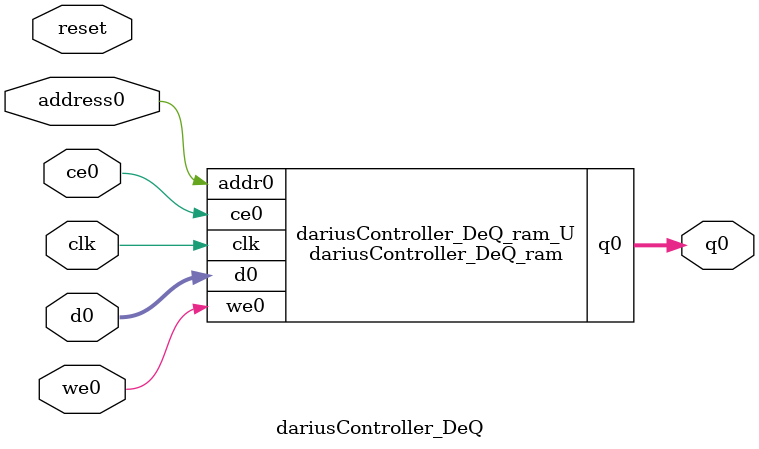
<source format=v>

`timescale 1 ns / 1 ps
module dariusController_DeQ_ram (addr0, ce0, d0, we0, q0,  clk);

parameter DWIDTH = 32;
parameter AWIDTH = 1;
parameter MEM_SIZE = 2;

input[AWIDTH-1:0] addr0;
input ce0;
input[DWIDTH-1:0] d0;
input we0;
output reg[DWIDTH-1:0] q0;
input clk;

(* ram_style = "distributed" *)reg [DWIDTH-1:0] ram[0:MEM_SIZE-1];




always @(posedge clk)  
begin 
    if (ce0) 
    begin
        if (we0) 
        begin 
            ram[addr0] <= d0; 
            q0 <= d0;
        end 
        else 
            q0 <= ram[addr0];
    end
end


endmodule


`timescale 1 ns / 1 ps
module dariusController_DeQ(
    reset,
    clk,
    address0,
    ce0,
    we0,
    d0,
    q0);

parameter DataWidth = 32'd32;
parameter AddressRange = 32'd2;
parameter AddressWidth = 32'd1;
input reset;
input clk;
input[AddressWidth - 1:0] address0;
input ce0;
input we0;
input[DataWidth - 1:0] d0;
output[DataWidth - 1:0] q0;



dariusController_DeQ_ram dariusController_DeQ_ram_U(
    .clk( clk ),
    .addr0( address0 ),
    .ce0( ce0 ),
    .d0( d0 ),
    .we0( we0 ),
    .q0( q0 ));

endmodule


</source>
